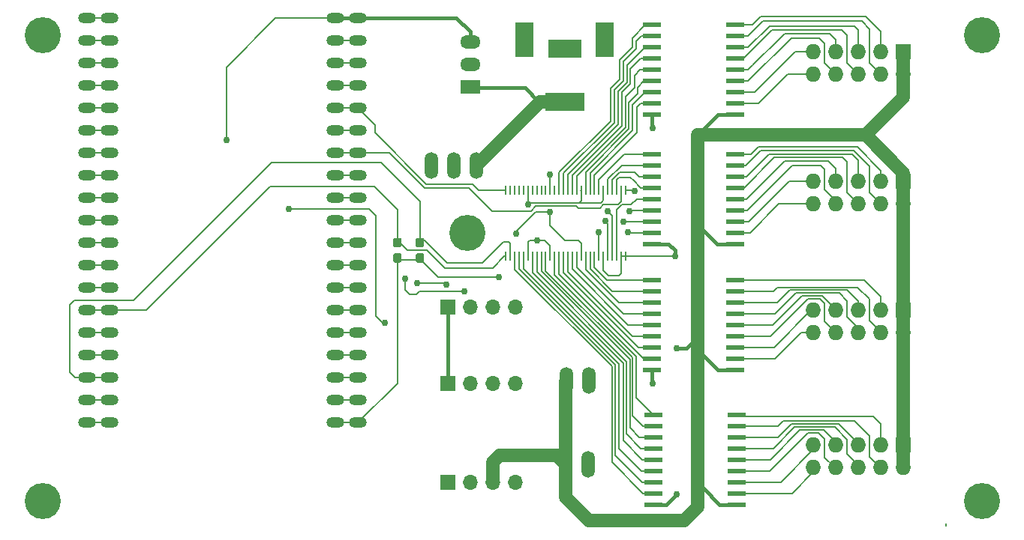
<source format=gtl>
G04 #@! TF.GenerationSoftware,KiCad,Pcbnew,(5.0.1)-3*
G04 #@! TF.CreationDate,2018-10-30T11:50:23-04:00*
G04 #@! TF.ProjectId,ufcs,756663732E6B696361645F7063620000,rev?*
G04 #@! TF.SameCoordinates,Original*
G04 #@! TF.FileFunction,Copper,L1,Top,Signal*
G04 #@! TF.FilePolarity,Positive*
%FSLAX46Y46*%
G04 Gerber Fmt 4.6, Leading zero omitted, Abs format (unit mm)*
G04 Created by KiCad (PCBNEW (5.0.1)-3) date 30-Oct-18 11:50:23*
%MOMM*%
%LPD*%
G01*
G04 APERTURE LIST*
G04 #@! TA.AperFunction,ComponentPad*
%ADD10R,1.700000X1.700000*%
G04 #@! TD*
G04 #@! TA.AperFunction,ComponentPad*
%ADD11O,1.700000X1.700000*%
G04 #@! TD*
G04 #@! TA.AperFunction,ComponentPad*
%ADD12O,2.000000X1.200000*%
G04 #@! TD*
G04 #@! TA.AperFunction,ComponentPad*
%ADD13O,1.510000X3.010000*%
G04 #@! TD*
G04 #@! TA.AperFunction,ComponentPad*
%ADD14C,4.064000*%
G04 #@! TD*
G04 #@! TA.AperFunction,ComponentPad*
%ADD15R,1.727200X1.727200*%
G04 #@! TD*
G04 #@! TA.AperFunction,ComponentPad*
%ADD16O,1.727200X1.727200*%
G04 #@! TD*
G04 #@! TA.AperFunction,Conductor*
%ADD17C,0.100000*%
G04 #@! TD*
G04 #@! TA.AperFunction,SMDPad,CuDef*
%ADD18C,0.950000*%
G04 #@! TD*
G04 #@! TA.AperFunction,SMDPad,CuDef*
%ADD19R,2.000000X0.600000*%
G04 #@! TD*
G04 #@! TA.AperFunction,ComponentPad*
%ADD20R,4.400000X2.000000*%
G04 #@! TD*
G04 #@! TA.AperFunction,ComponentPad*
%ADD21R,3.700000X2.000000*%
G04 #@! TD*
G04 #@! TA.AperFunction,ComponentPad*
%ADD22R,2.000000X4.000000*%
G04 #@! TD*
G04 #@! TA.AperFunction,SMDPad,CuDef*
%ADD23R,0.285000X1.000000*%
G04 #@! TD*
G04 #@! TA.AperFunction,ComponentPad*
%ADD24R,2.300000X1.500000*%
G04 #@! TD*
G04 #@! TA.AperFunction,ComponentPad*
%ADD25O,2.300000X1.500000*%
G04 #@! TD*
G04 #@! TA.AperFunction,ViaPad*
%ADD26C,0.762000*%
G04 #@! TD*
G04 #@! TA.AperFunction,Conductor*
%ADD27C,0.152400*%
G04 #@! TD*
G04 #@! TA.AperFunction,Conductor*
%ADD28C,0.381000*%
G04 #@! TD*
G04 #@! TA.AperFunction,Conductor*
%ADD29C,1.524000*%
G04 #@! TD*
G04 APERTURE END LIST*
D10*
G04 #@! TO.P,J11,1*
G04 #@! TO.N,/Pressure regulators/SCL*
X135763000Y-140652500D03*
D11*
G04 #@! TO.P,J11,2*
G04 #@! TO.N,/Pressure regulators/SDA*
X138303000Y-140652500D03*
G04 #@! TO.P,J11,3*
G04 #@! TO.N,+12V*
X140843000Y-140652500D03*
G04 #@! TO.P,J11,4*
G04 #@! TO.N,GND*
X143383000Y-140652500D03*
G04 #@! TD*
G04 #@! TO.P,J10,4*
G04 #@! TO.N,GND*
X143383000Y-120840500D03*
G04 #@! TO.P,J10,3*
G04 #@! TO.N,Net-(J10-Pad3)*
X140843000Y-120840500D03*
G04 #@! TO.P,J10,2*
G04 #@! TO.N,Net-(J10-Pad2)*
X138303000Y-120840500D03*
D10*
G04 #@! TO.P,J10,1*
G04 #@! TO.N,+24V*
X135763000Y-120840500D03*
G04 #@! TD*
D12*
G04 #@! TO.P,e1,19*
G04 #@! TO.N,+5V*
X123063000Y-88201500D03*
G04 #@! TO.P,e1,20*
G04 #@! TO.N,Net-(e1-Pad20)*
X97613000Y-88201500D03*
G04 #@! TO.P,e1,18*
G04 #@! TO.N,Net-(e1-Pad18)*
X123063000Y-90741500D03*
G04 #@! TO.P,e1,21*
G04 #@! TO.N,Net-(e1-Pad21)*
X97613000Y-90741500D03*
G04 #@! TO.P,e1,17*
G04 #@! TO.N,Net-(e1-Pad17)*
X123063000Y-93281500D03*
G04 #@! TO.P,e1,22*
G04 #@! TO.N,Net-(e1-Pad22)*
X97613000Y-93281500D03*
G04 #@! TO.P,e1,16*
G04 #@! TO.N,Net-(e1-Pad16)*
X123063000Y-95821500D03*
G04 #@! TO.P,e1,23*
G04 #@! TO.N,Net-(e1-Pad23)*
X97613000Y-95821500D03*
G04 #@! TO.P,e1,15*
G04 #@! TO.N,Net-(U6-Pad56)*
X123063000Y-98361500D03*
G04 #@! TO.P,e1,24*
G04 #@! TO.N,Net-(e1-Pad24)*
X97613000Y-98361500D03*
G04 #@! TO.P,e1,14*
G04 #@! TO.N,GND*
X123063000Y-100901500D03*
G04 #@! TO.P,e1,25*
G04 #@! TO.N,Net-(e1-Pad25)*
X97613000Y-100901500D03*
G04 #@! TO.P,e1,13*
G04 #@! TO.N,Net-(U6-Pad30)*
X123063000Y-103441500D03*
G04 #@! TO.P,e1,26*
G04 #@! TO.N,Net-(e1-Pad26)*
X97613000Y-103441500D03*
G04 #@! TO.P,e1,12*
G04 #@! TO.N,Net-(e1-Pad12)*
X123063000Y-105981500D03*
G04 #@! TO.P,e1,27*
G04 #@! TO.N,Net-(e1-Pad27)*
X97613000Y-105981500D03*
G04 #@! TO.P,e1,11*
G04 #@! TO.N,Net-(e1-Pad11)*
X123063000Y-108521500D03*
G04 #@! TO.P,e1,28*
G04 #@! TO.N,Net-(e1-Pad28)*
X97613000Y-108521500D03*
G04 #@! TO.P,e1,10*
G04 #@! TO.N,/Pressure regulators/PR2_SET*
X123063000Y-111061500D03*
G04 #@! TO.P,e1,29*
G04 #@! TO.N,Net-(e1-Pad29)*
X97613000Y-111061500D03*
G04 #@! TO.P,e1,9*
G04 #@! TO.N,/Pressure regulators/PR1_SET*
X123063000Y-113601500D03*
G04 #@! TO.P,e1,30*
G04 #@! TO.N,Net-(e1-Pad30)*
X97613000Y-113601500D03*
G04 #@! TO.P,e1,8*
G04 #@! TO.N,Net-(U1-Pad5)*
X123063000Y-116141500D03*
G04 #@! TO.P,e1,31*
G04 #@! TO.N,Net-(e1-Pad31)*
X97613000Y-116141500D03*
G04 #@! TO.P,e1,7*
G04 #@! TO.N,Net-(U1-Pad1)*
X123063000Y-118681500D03*
G04 #@! TO.P,e1,32*
G04 #@! TO.N,GND*
X97613000Y-118681500D03*
G04 #@! TO.P,e1,6*
G04 #@! TO.N,Net-(e1-Pad6)*
X123063000Y-121221500D03*
G04 #@! TO.P,e1,33*
G04 #@! TO.N,/Pressure regulators/SDA*
X97613000Y-121221500D03*
G04 #@! TO.P,e1,5*
G04 #@! TO.N,Net-(e1-Pad5)*
X123063000Y-123761500D03*
G04 #@! TO.P,e1,34*
G04 #@! TO.N,Net-(e1-Pad34)*
X97613000Y-123761500D03*
G04 #@! TO.P,e1,4*
G04 #@! TO.N,/Pressure regulators/PR2_OUT*
X123063000Y-126301500D03*
G04 #@! TO.P,e1,35*
G04 #@! TO.N,Net-(e1-Pad35)*
X97613000Y-126301500D03*
G04 #@! TO.P,e1,3*
G04 #@! TO.N,/Pressure regulators/PR1_OUT*
X123063000Y-128841500D03*
G04 #@! TO.P,e1,36*
G04 #@! TO.N,/Pressure regulators/SCL*
X97613000Y-128841500D03*
G04 #@! TO.P,e1,2*
G04 #@! TO.N,Net-(e1-Pad2)*
X123063000Y-131381500D03*
G04 #@! TO.P,e1,37*
G04 #@! TO.N,Net-(e1-Pad37)*
X97613000Y-131381500D03*
G04 #@! TO.P,e1,1*
G04 #@! TO.N,+3V3*
X123063000Y-133921500D03*
G04 #@! TO.P,e1,38*
G04 #@! TO.N,GND*
X97613000Y-133921500D03*
X95073000Y-133921500D03*
G04 #@! TO.P,e1,37*
G04 #@! TO.N,Net-(e1-Pad37)*
X95073000Y-131381500D03*
G04 #@! TO.P,e1,36*
G04 #@! TO.N,/Pressure regulators/SCL*
X95073000Y-128841500D03*
G04 #@! TO.P,e1,35*
G04 #@! TO.N,Net-(e1-Pad35)*
X95073000Y-126301500D03*
G04 #@! TO.P,e1,34*
G04 #@! TO.N,Net-(e1-Pad34)*
X95073000Y-123761500D03*
G04 #@! TO.P,e1,33*
G04 #@! TO.N,/Pressure regulators/SDA*
X95073000Y-121221500D03*
G04 #@! TO.P,e1,32*
G04 #@! TO.N,GND*
X95073000Y-118681500D03*
G04 #@! TO.P,e1,31*
G04 #@! TO.N,Net-(e1-Pad31)*
X95073000Y-116141500D03*
G04 #@! TO.P,e1,30*
G04 #@! TO.N,Net-(e1-Pad30)*
X95073000Y-113601500D03*
G04 #@! TO.P,e1,29*
G04 #@! TO.N,Net-(e1-Pad29)*
X95073000Y-111061500D03*
G04 #@! TO.P,e1,28*
G04 #@! TO.N,Net-(e1-Pad28)*
X95073000Y-108521500D03*
G04 #@! TO.P,e1,27*
G04 #@! TO.N,Net-(e1-Pad27)*
X95073000Y-105981500D03*
G04 #@! TO.P,e1,26*
G04 #@! TO.N,Net-(e1-Pad26)*
X95073000Y-103441500D03*
G04 #@! TO.P,e1,25*
G04 #@! TO.N,Net-(e1-Pad25)*
X95073000Y-100901500D03*
G04 #@! TO.P,e1,24*
G04 #@! TO.N,Net-(e1-Pad24)*
X95073000Y-98361500D03*
G04 #@! TO.P,e1,23*
G04 #@! TO.N,Net-(e1-Pad23)*
X95073000Y-95821500D03*
G04 #@! TO.P,e1,22*
G04 #@! TO.N,Net-(e1-Pad22)*
X95073000Y-93281500D03*
G04 #@! TO.P,e1,21*
G04 #@! TO.N,Net-(e1-Pad21)*
X95073000Y-90741500D03*
G04 #@! TO.P,e1,20*
G04 #@! TO.N,Net-(e1-Pad20)*
X95073000Y-88201500D03*
G04 #@! TO.P,e1,1*
G04 #@! TO.N,+3V3*
X125653000Y-133921500D03*
G04 #@! TO.P,e1,2*
G04 #@! TO.N,Net-(e1-Pad2)*
X125653000Y-131381500D03*
G04 #@! TO.P,e1,3*
G04 #@! TO.N,/Pressure regulators/PR1_OUT*
X125653000Y-128841500D03*
G04 #@! TO.P,e1,4*
G04 #@! TO.N,/Pressure regulators/PR2_OUT*
X125653000Y-126301500D03*
G04 #@! TO.P,e1,5*
G04 #@! TO.N,Net-(e1-Pad5)*
X125653000Y-123761500D03*
G04 #@! TO.P,e1,6*
G04 #@! TO.N,Net-(e1-Pad6)*
X125653000Y-121221500D03*
G04 #@! TO.P,e1,7*
G04 #@! TO.N,Net-(U1-Pad1)*
X125653000Y-118681500D03*
G04 #@! TO.P,e1,8*
G04 #@! TO.N,Net-(U1-Pad5)*
X125653000Y-116141500D03*
G04 #@! TO.P,e1,9*
G04 #@! TO.N,/Pressure regulators/PR1_SET*
X125653000Y-113601500D03*
G04 #@! TO.P,e1,10*
G04 #@! TO.N,/Pressure regulators/PR2_SET*
X125653000Y-111061500D03*
G04 #@! TO.P,e1,11*
G04 #@! TO.N,Net-(e1-Pad11)*
X125653000Y-108521500D03*
G04 #@! TO.P,e1,12*
G04 #@! TO.N,Net-(e1-Pad12)*
X125653000Y-105981500D03*
G04 #@! TO.P,e1,13*
G04 #@! TO.N,Net-(U6-Pad30)*
X125653000Y-103441500D03*
G04 #@! TO.P,e1,14*
G04 #@! TO.N,GND*
X125653000Y-100901500D03*
G04 #@! TO.P,e1,15*
G04 #@! TO.N,Net-(U6-Pad56)*
X125653000Y-98361500D03*
G04 #@! TO.P,e1,16*
G04 #@! TO.N,Net-(e1-Pad16)*
X125653000Y-95821500D03*
G04 #@! TO.P,e1,17*
G04 #@! TO.N,Net-(e1-Pad17)*
X125653000Y-93281500D03*
G04 #@! TO.P,e1,18*
G04 #@! TO.N,Net-(e1-Pad18)*
X125653000Y-90741500D03*
G04 #@! TO.P,e1,19*
G04 #@! TO.N,+5V*
X125653000Y-88201500D03*
G04 #@! TD*
D13*
G04 #@! TO.P,J2,1*
G04 #@! TO.N,+12V*
X139001500Y-104838500D03*
G04 #@! TO.P,J2,2*
G04 #@! TO.N,GND*
X136461500Y-104838500D03*
G04 #@! TO.P,J2,3*
G04 #@! TO.N,+24V*
X133921500Y-104838500D03*
G04 #@! TD*
D14*
G04 #@! TO.P,REF\002A\002A,1*
G04 #@! TO.N,N/C*
X196088000Y-90106500D03*
G04 #@! TD*
G04 #@! TO.P,REF\002A\002A,1*
G04 #@! TO.N,N/C*
X90043000Y-90106500D03*
G04 #@! TD*
G04 #@! TO.P,REF\002A\002A,1*
G04 #@! TO.N,N/C*
X90043000Y-142811500D03*
G04 #@! TD*
G04 #@! TO.P,REF\002A\002A,1*
G04 #@! TO.N,N/C*
X196088000Y-142811500D03*
G04 #@! TD*
G04 #@! TO.P,REF\002A\002A,1*
G04 #@! TO.N,N/C*
X137998200Y-112509300D03*
G04 #@! TD*
D15*
G04 #@! TO.P,J3,1*
G04 #@! TO.N,+12V*
X187198000Y-136461500D03*
D16*
G04 #@! TO.P,J3,2*
X187198000Y-139001500D03*
G04 #@! TO.P,J3,3*
G04 #@! TO.N,Net-(J3-Pad3)*
X184658000Y-136461500D03*
G04 #@! TO.P,J3,4*
G04 #@! TO.N,Net-(J3-Pad4)*
X184658000Y-139001500D03*
G04 #@! TO.P,J3,5*
G04 #@! TO.N,Net-(J3-Pad5)*
X182118000Y-136461500D03*
G04 #@! TO.P,J3,6*
G04 #@! TO.N,Net-(J3-Pad6)*
X182118000Y-139001500D03*
G04 #@! TO.P,J3,7*
G04 #@! TO.N,Net-(J3-Pad7)*
X179578000Y-136461500D03*
G04 #@! TO.P,J3,8*
G04 #@! TO.N,Net-(J3-Pad8)*
X179578000Y-139001500D03*
G04 #@! TO.P,J3,9*
G04 #@! TO.N,Net-(J3-Pad9)*
X177038000Y-136461500D03*
G04 #@! TO.P,J3,10*
G04 #@! TO.N,Net-(J3-Pad10)*
X177038000Y-139001500D03*
G04 #@! TD*
D15*
G04 #@! TO.P,J4,1*
G04 #@! TO.N,+12V*
X187198000Y-121221500D03*
D16*
G04 #@! TO.P,J4,2*
X187198000Y-123761500D03*
G04 #@! TO.P,J4,3*
G04 #@! TO.N,Net-(J4-Pad3)*
X184658000Y-121221500D03*
G04 #@! TO.P,J4,4*
G04 #@! TO.N,Net-(J4-Pad4)*
X184658000Y-123761500D03*
G04 #@! TO.P,J4,5*
G04 #@! TO.N,Net-(J4-Pad5)*
X182118000Y-121221500D03*
G04 #@! TO.P,J4,6*
G04 #@! TO.N,Net-(J4-Pad6)*
X182118000Y-123761500D03*
G04 #@! TO.P,J4,7*
G04 #@! TO.N,Net-(J4-Pad7)*
X179578000Y-121221500D03*
G04 #@! TO.P,J4,8*
G04 #@! TO.N,Net-(J4-Pad8)*
X179578000Y-123761500D03*
G04 #@! TO.P,J4,9*
G04 #@! TO.N,Net-(J4-Pad9)*
X177038000Y-121221500D03*
G04 #@! TO.P,J4,10*
G04 #@! TO.N,Net-(J4-Pad10)*
X177038000Y-123761500D03*
G04 #@! TD*
D15*
G04 #@! TO.P,J5,1*
G04 #@! TO.N,+12V*
X187198000Y-106616500D03*
D16*
G04 #@! TO.P,J5,2*
X187198000Y-109156500D03*
G04 #@! TO.P,J5,3*
G04 #@! TO.N,Net-(J5-Pad3)*
X184658000Y-106616500D03*
G04 #@! TO.P,J5,4*
G04 #@! TO.N,Net-(J5-Pad4)*
X184658000Y-109156500D03*
G04 #@! TO.P,J5,5*
G04 #@! TO.N,Net-(J5-Pad5)*
X182118000Y-106616500D03*
G04 #@! TO.P,J5,6*
G04 #@! TO.N,Net-(J5-Pad6)*
X182118000Y-109156500D03*
G04 #@! TO.P,J5,7*
G04 #@! TO.N,Net-(J5-Pad7)*
X179578000Y-106616500D03*
G04 #@! TO.P,J5,8*
G04 #@! TO.N,Net-(J5-Pad8)*
X179578000Y-109156500D03*
G04 #@! TO.P,J5,9*
G04 #@! TO.N,Net-(J5-Pad9)*
X177038000Y-106616500D03*
G04 #@! TO.P,J5,10*
G04 #@! TO.N,Net-(J5-Pad10)*
X177038000Y-109156500D03*
G04 #@! TD*
D15*
G04 #@! TO.P,J8,1*
G04 #@! TO.N,+12V*
X187198000Y-92011500D03*
D16*
G04 #@! TO.P,J8,2*
X187198000Y-94551500D03*
G04 #@! TO.P,J8,3*
G04 #@! TO.N,Net-(J8-Pad3)*
X184658000Y-92011500D03*
G04 #@! TO.P,J8,4*
G04 #@! TO.N,Net-(J8-Pad4)*
X184658000Y-94551500D03*
G04 #@! TO.P,J8,5*
G04 #@! TO.N,Net-(J8-Pad5)*
X182118000Y-92011500D03*
G04 #@! TO.P,J8,6*
G04 #@! TO.N,Net-(J8-Pad6)*
X182118000Y-94551500D03*
G04 #@! TO.P,J8,7*
G04 #@! TO.N,Net-(J8-Pad7)*
X179578000Y-92011500D03*
G04 #@! TO.P,J8,8*
G04 #@! TO.N,Net-(J8-Pad8)*
X179578000Y-94551500D03*
G04 #@! TO.P,J8,9*
G04 #@! TO.N,Net-(J8-Pad9)*
X177038000Y-92011500D03*
G04 #@! TO.P,J8,10*
G04 #@! TO.N,Net-(J8-Pad10)*
X177038000Y-94551500D03*
G04 #@! TD*
D13*
G04 #@! TO.P,J6,1*
G04 #@! TO.N,+12V*
X149123400Y-138620500D03*
G04 #@! TO.P,J6,2*
G04 #@! TO.N,Net-(J6-Pad2)*
X151663400Y-138620500D03*
G04 #@! TD*
G04 #@! TO.P,J7,1*
G04 #@! TO.N,+12V*
X149174200Y-129171700D03*
G04 #@! TO.P,J7,2*
G04 #@! TO.N,Net-(J7-Pad2)*
X151714200Y-129171700D03*
G04 #@! TD*
D10*
G04 #@! TO.P,J9,1*
G04 #@! TO.N,+24V*
X135763000Y-129476500D03*
D11*
G04 #@! TO.P,J9,2*
G04 #@! TO.N,Net-(J9-Pad2)*
X138303000Y-129476500D03*
G04 #@! TO.P,J9,3*
G04 #@! TO.N,Net-(J9-Pad3)*
X140843000Y-129476500D03*
G04 #@! TO.P,J9,4*
G04 #@! TO.N,GND*
X143383000Y-129476500D03*
G04 #@! TD*
D17*
G04 #@! TO.N,+3V3*
G04 #@! TO.C,R1*
G36*
X130372279Y-114778144D02*
X130395334Y-114781563D01*
X130417943Y-114787227D01*
X130439887Y-114795079D01*
X130460957Y-114805044D01*
X130480948Y-114817026D01*
X130499668Y-114830910D01*
X130516938Y-114846562D01*
X130532590Y-114863832D01*
X130546474Y-114882552D01*
X130558456Y-114902543D01*
X130568421Y-114923613D01*
X130576273Y-114945557D01*
X130581937Y-114968166D01*
X130585356Y-114991221D01*
X130586500Y-115014500D01*
X130586500Y-115589500D01*
X130585356Y-115612779D01*
X130581937Y-115635834D01*
X130576273Y-115658443D01*
X130568421Y-115680387D01*
X130558456Y-115701457D01*
X130546474Y-115721448D01*
X130532590Y-115740168D01*
X130516938Y-115757438D01*
X130499668Y-115773090D01*
X130480948Y-115786974D01*
X130460957Y-115798956D01*
X130439887Y-115808921D01*
X130417943Y-115816773D01*
X130395334Y-115822437D01*
X130372279Y-115825856D01*
X130349000Y-115827000D01*
X129874000Y-115827000D01*
X129850721Y-115825856D01*
X129827666Y-115822437D01*
X129805057Y-115816773D01*
X129783113Y-115808921D01*
X129762043Y-115798956D01*
X129742052Y-115786974D01*
X129723332Y-115773090D01*
X129706062Y-115757438D01*
X129690410Y-115740168D01*
X129676526Y-115721448D01*
X129664544Y-115701457D01*
X129654579Y-115680387D01*
X129646727Y-115658443D01*
X129641063Y-115635834D01*
X129637644Y-115612779D01*
X129636500Y-115589500D01*
X129636500Y-115014500D01*
X129637644Y-114991221D01*
X129641063Y-114968166D01*
X129646727Y-114945557D01*
X129654579Y-114923613D01*
X129664544Y-114902543D01*
X129676526Y-114882552D01*
X129690410Y-114863832D01*
X129706062Y-114846562D01*
X129723332Y-114830910D01*
X129742052Y-114817026D01*
X129762043Y-114805044D01*
X129783113Y-114795079D01*
X129805057Y-114787227D01*
X129827666Y-114781563D01*
X129850721Y-114778144D01*
X129874000Y-114777000D01*
X130349000Y-114777000D01*
X130372279Y-114778144D01*
X130372279Y-114778144D01*
G37*
D18*
G04 #@! TD*
G04 #@! TO.P,R1,1*
G04 #@! TO.N,+3V3*
X130111500Y-115302000D03*
D17*
G04 #@! TO.N,/Pressure regulators/SDA*
G04 #@! TO.C,R1*
G36*
X130372279Y-113028144D02*
X130395334Y-113031563D01*
X130417943Y-113037227D01*
X130439887Y-113045079D01*
X130460957Y-113055044D01*
X130480948Y-113067026D01*
X130499668Y-113080910D01*
X130516938Y-113096562D01*
X130532590Y-113113832D01*
X130546474Y-113132552D01*
X130558456Y-113152543D01*
X130568421Y-113173613D01*
X130576273Y-113195557D01*
X130581937Y-113218166D01*
X130585356Y-113241221D01*
X130586500Y-113264500D01*
X130586500Y-113839500D01*
X130585356Y-113862779D01*
X130581937Y-113885834D01*
X130576273Y-113908443D01*
X130568421Y-113930387D01*
X130558456Y-113951457D01*
X130546474Y-113971448D01*
X130532590Y-113990168D01*
X130516938Y-114007438D01*
X130499668Y-114023090D01*
X130480948Y-114036974D01*
X130460957Y-114048956D01*
X130439887Y-114058921D01*
X130417943Y-114066773D01*
X130395334Y-114072437D01*
X130372279Y-114075856D01*
X130349000Y-114077000D01*
X129874000Y-114077000D01*
X129850721Y-114075856D01*
X129827666Y-114072437D01*
X129805057Y-114066773D01*
X129783113Y-114058921D01*
X129762043Y-114048956D01*
X129742052Y-114036974D01*
X129723332Y-114023090D01*
X129706062Y-114007438D01*
X129690410Y-113990168D01*
X129676526Y-113971448D01*
X129664544Y-113951457D01*
X129654579Y-113930387D01*
X129646727Y-113908443D01*
X129641063Y-113885834D01*
X129637644Y-113862779D01*
X129636500Y-113839500D01*
X129636500Y-113264500D01*
X129637644Y-113241221D01*
X129641063Y-113218166D01*
X129646727Y-113195557D01*
X129654579Y-113173613D01*
X129664544Y-113152543D01*
X129676526Y-113132552D01*
X129690410Y-113113832D01*
X129706062Y-113096562D01*
X129723332Y-113080910D01*
X129742052Y-113067026D01*
X129762043Y-113055044D01*
X129783113Y-113045079D01*
X129805057Y-113037227D01*
X129827666Y-113031563D01*
X129850721Y-113028144D01*
X129874000Y-113027000D01*
X130349000Y-113027000D01*
X130372279Y-113028144D01*
X130372279Y-113028144D01*
G37*
D18*
G04 #@! TD*
G04 #@! TO.P,R1,2*
G04 #@! TO.N,/Pressure regulators/SDA*
X130111500Y-113552000D03*
D17*
G04 #@! TO.N,/Pressure regulators/SCL*
G04 #@! TO.C,R2*
G36*
X132912279Y-113028144D02*
X132935334Y-113031563D01*
X132957943Y-113037227D01*
X132979887Y-113045079D01*
X133000957Y-113055044D01*
X133020948Y-113067026D01*
X133039668Y-113080910D01*
X133056938Y-113096562D01*
X133072590Y-113113832D01*
X133086474Y-113132552D01*
X133098456Y-113152543D01*
X133108421Y-113173613D01*
X133116273Y-113195557D01*
X133121937Y-113218166D01*
X133125356Y-113241221D01*
X133126500Y-113264500D01*
X133126500Y-113839500D01*
X133125356Y-113862779D01*
X133121937Y-113885834D01*
X133116273Y-113908443D01*
X133108421Y-113930387D01*
X133098456Y-113951457D01*
X133086474Y-113971448D01*
X133072590Y-113990168D01*
X133056938Y-114007438D01*
X133039668Y-114023090D01*
X133020948Y-114036974D01*
X133000957Y-114048956D01*
X132979887Y-114058921D01*
X132957943Y-114066773D01*
X132935334Y-114072437D01*
X132912279Y-114075856D01*
X132889000Y-114077000D01*
X132414000Y-114077000D01*
X132390721Y-114075856D01*
X132367666Y-114072437D01*
X132345057Y-114066773D01*
X132323113Y-114058921D01*
X132302043Y-114048956D01*
X132282052Y-114036974D01*
X132263332Y-114023090D01*
X132246062Y-114007438D01*
X132230410Y-113990168D01*
X132216526Y-113971448D01*
X132204544Y-113951457D01*
X132194579Y-113930387D01*
X132186727Y-113908443D01*
X132181063Y-113885834D01*
X132177644Y-113862779D01*
X132176500Y-113839500D01*
X132176500Y-113264500D01*
X132177644Y-113241221D01*
X132181063Y-113218166D01*
X132186727Y-113195557D01*
X132194579Y-113173613D01*
X132204544Y-113152543D01*
X132216526Y-113132552D01*
X132230410Y-113113832D01*
X132246062Y-113096562D01*
X132263332Y-113080910D01*
X132282052Y-113067026D01*
X132302043Y-113055044D01*
X132323113Y-113045079D01*
X132345057Y-113037227D01*
X132367666Y-113031563D01*
X132390721Y-113028144D01*
X132414000Y-113027000D01*
X132889000Y-113027000D01*
X132912279Y-113028144D01*
X132912279Y-113028144D01*
G37*
D18*
G04 #@! TD*
G04 #@! TO.P,R2,2*
G04 #@! TO.N,/Pressure regulators/SCL*
X132651500Y-113552000D03*
D17*
G04 #@! TO.N,+3V3*
G04 #@! TO.C,R2*
G36*
X132912279Y-114778144D02*
X132935334Y-114781563D01*
X132957943Y-114787227D01*
X132979887Y-114795079D01*
X133000957Y-114805044D01*
X133020948Y-114817026D01*
X133039668Y-114830910D01*
X133056938Y-114846562D01*
X133072590Y-114863832D01*
X133086474Y-114882552D01*
X133098456Y-114902543D01*
X133108421Y-114923613D01*
X133116273Y-114945557D01*
X133121937Y-114968166D01*
X133125356Y-114991221D01*
X133126500Y-115014500D01*
X133126500Y-115589500D01*
X133125356Y-115612779D01*
X133121937Y-115635834D01*
X133116273Y-115658443D01*
X133108421Y-115680387D01*
X133098456Y-115701457D01*
X133086474Y-115721448D01*
X133072590Y-115740168D01*
X133056938Y-115757438D01*
X133039668Y-115773090D01*
X133020948Y-115786974D01*
X133000957Y-115798956D01*
X132979887Y-115808921D01*
X132957943Y-115816773D01*
X132935334Y-115822437D01*
X132912279Y-115825856D01*
X132889000Y-115827000D01*
X132414000Y-115827000D01*
X132390721Y-115825856D01*
X132367666Y-115822437D01*
X132345057Y-115816773D01*
X132323113Y-115808921D01*
X132302043Y-115798956D01*
X132282052Y-115786974D01*
X132263332Y-115773090D01*
X132246062Y-115757438D01*
X132230410Y-115740168D01*
X132216526Y-115721448D01*
X132204544Y-115701457D01*
X132194579Y-115680387D01*
X132186727Y-115658443D01*
X132181063Y-115635834D01*
X132177644Y-115612779D01*
X132176500Y-115589500D01*
X132176500Y-115014500D01*
X132177644Y-114991221D01*
X132181063Y-114968166D01*
X132186727Y-114945557D01*
X132194579Y-114923613D01*
X132204544Y-114902543D01*
X132216526Y-114882552D01*
X132230410Y-114863832D01*
X132246062Y-114846562D01*
X132263332Y-114830910D01*
X132282052Y-114817026D01*
X132302043Y-114805044D01*
X132323113Y-114795079D01*
X132345057Y-114787227D01*
X132367666Y-114781563D01*
X132390721Y-114778144D01*
X132414000Y-114777000D01*
X132889000Y-114777000D01*
X132912279Y-114778144D01*
X132912279Y-114778144D01*
G37*
D18*
G04 #@! TD*
G04 #@! TO.P,R2,1*
G04 #@! TO.N,+3V3*
X132651500Y-115302000D03*
D19*
G04 #@! TO.P,U2,1*
G04 #@! TO.N,Net-(U2-Pad1)*
X158977600Y-133007100D03*
G04 #@! TO.P,U2,2*
G04 #@! TO.N,Net-(U2-Pad2)*
X158977600Y-134277100D03*
G04 #@! TO.P,U2,3*
G04 #@! TO.N,Net-(U2-Pad3)*
X158977600Y-135547100D03*
G04 #@! TO.P,U2,4*
G04 #@! TO.N,Net-(U2-Pad4)*
X158977600Y-136817100D03*
G04 #@! TO.P,U2,5*
G04 #@! TO.N,Net-(U2-Pad5)*
X158977600Y-138087100D03*
G04 #@! TO.P,U2,6*
G04 #@! TO.N,Net-(U2-Pad6)*
X158977600Y-139357100D03*
G04 #@! TO.P,U2,7*
G04 #@! TO.N,Net-(U2-Pad7)*
X158977600Y-140627100D03*
G04 #@! TO.P,U2,8*
G04 #@! TO.N,Net-(U2-Pad8)*
X158977600Y-141897100D03*
G04 #@! TO.P,U2,9*
G04 #@! TO.N,GND*
X158977600Y-143167100D03*
G04 #@! TO.P,U2,10*
G04 #@! TO.N,+12V*
X168377600Y-143167100D03*
G04 #@! TO.P,U2,11*
G04 #@! TO.N,Net-(J3-Pad10)*
X168377600Y-141897100D03*
G04 #@! TO.P,U2,12*
G04 #@! TO.N,Net-(J3-Pad9)*
X168377600Y-140627100D03*
G04 #@! TO.P,U2,13*
G04 #@! TO.N,Net-(J3-Pad8)*
X168377600Y-139357100D03*
G04 #@! TO.P,U2,14*
G04 #@! TO.N,Net-(J3-Pad7)*
X168377600Y-138087100D03*
G04 #@! TO.P,U2,15*
G04 #@! TO.N,Net-(J3-Pad6)*
X168377600Y-136817100D03*
G04 #@! TO.P,U2,16*
G04 #@! TO.N,Net-(J3-Pad5)*
X168377600Y-135547100D03*
G04 #@! TO.P,U2,17*
G04 #@! TO.N,Net-(J3-Pad4)*
X168377600Y-134277100D03*
G04 #@! TO.P,U2,18*
G04 #@! TO.N,Net-(J3-Pad3)*
X168377600Y-133007100D03*
G04 #@! TD*
G04 #@! TO.P,U4,18*
G04 #@! TO.N,Net-(J5-Pad3)*
X168225200Y-103543100D03*
G04 #@! TO.P,U4,17*
G04 #@! TO.N,Net-(J5-Pad4)*
X168225200Y-104813100D03*
G04 #@! TO.P,U4,16*
G04 #@! TO.N,Net-(J5-Pad5)*
X168225200Y-106083100D03*
G04 #@! TO.P,U4,15*
G04 #@! TO.N,Net-(J5-Pad6)*
X168225200Y-107353100D03*
G04 #@! TO.P,U4,14*
G04 #@! TO.N,Net-(J5-Pad7)*
X168225200Y-108623100D03*
G04 #@! TO.P,U4,13*
G04 #@! TO.N,Net-(J5-Pad8)*
X168225200Y-109893100D03*
G04 #@! TO.P,U4,12*
G04 #@! TO.N,Net-(J5-Pad9)*
X168225200Y-111163100D03*
G04 #@! TO.P,U4,11*
G04 #@! TO.N,Net-(J5-Pad10)*
X168225200Y-112433100D03*
G04 #@! TO.P,U4,10*
G04 #@! TO.N,+12V*
X168225200Y-113703100D03*
G04 #@! TO.P,U4,9*
G04 #@! TO.N,GND*
X158825200Y-113703100D03*
G04 #@! TO.P,U4,8*
G04 #@! TO.N,Net-(U4-Pad8)*
X158825200Y-112433100D03*
G04 #@! TO.P,U4,7*
G04 #@! TO.N,Net-(U4-Pad7)*
X158825200Y-111163100D03*
G04 #@! TO.P,U4,6*
G04 #@! TO.N,Net-(U4-Pad6)*
X158825200Y-109893100D03*
G04 #@! TO.P,U4,5*
G04 #@! TO.N,Net-(U4-Pad5)*
X158825200Y-108623100D03*
G04 #@! TO.P,U4,4*
G04 #@! TO.N,Net-(U4-Pad4)*
X158825200Y-107353100D03*
G04 #@! TO.P,U4,3*
G04 #@! TO.N,Net-(U4-Pad3)*
X158825200Y-106083100D03*
G04 #@! TO.P,U4,2*
G04 #@! TO.N,Net-(U4-Pad2)*
X158825200Y-104813100D03*
G04 #@! TO.P,U4,1*
G04 #@! TO.N,Net-(U4-Pad1)*
X158825200Y-103543100D03*
G04 #@! TD*
G04 #@! TO.P,U5,18*
G04 #@! TO.N,Net-(J8-Pad3)*
X168250600Y-88963500D03*
G04 #@! TO.P,U5,17*
G04 #@! TO.N,Net-(J8-Pad4)*
X168250600Y-90233500D03*
G04 #@! TO.P,U5,16*
G04 #@! TO.N,Net-(J8-Pad5)*
X168250600Y-91503500D03*
G04 #@! TO.P,U5,15*
G04 #@! TO.N,Net-(J8-Pad6)*
X168250600Y-92773500D03*
G04 #@! TO.P,U5,14*
G04 #@! TO.N,Net-(J8-Pad7)*
X168250600Y-94043500D03*
G04 #@! TO.P,U5,13*
G04 #@! TO.N,Net-(J8-Pad8)*
X168250600Y-95313500D03*
G04 #@! TO.P,U5,12*
G04 #@! TO.N,Net-(J8-Pad9)*
X168250600Y-96583500D03*
G04 #@! TO.P,U5,11*
G04 #@! TO.N,Net-(J8-Pad10)*
X168250600Y-97853500D03*
G04 #@! TO.P,U5,10*
G04 #@! TO.N,+12V*
X168250600Y-99123500D03*
G04 #@! TO.P,U5,9*
G04 #@! TO.N,GND*
X158850600Y-99123500D03*
G04 #@! TO.P,U5,8*
G04 #@! TO.N,Net-(U5-Pad8)*
X158850600Y-97853500D03*
G04 #@! TO.P,U5,7*
G04 #@! TO.N,Net-(U5-Pad7)*
X158850600Y-96583500D03*
G04 #@! TO.P,U5,6*
G04 #@! TO.N,Net-(U5-Pad6)*
X158850600Y-95313500D03*
G04 #@! TO.P,U5,5*
G04 #@! TO.N,Net-(U5-Pad5)*
X158850600Y-94043500D03*
G04 #@! TO.P,U5,4*
G04 #@! TO.N,Net-(U5-Pad4)*
X158850600Y-92773500D03*
G04 #@! TO.P,U5,3*
G04 #@! TO.N,Net-(U5-Pad3)*
X158850600Y-91503500D03*
G04 #@! TO.P,U5,2*
G04 #@! TO.N,Net-(U5-Pad2)*
X158850600Y-90233500D03*
G04 #@! TO.P,U5,1*
G04 #@! TO.N,Net-(U5-Pad1)*
X158850600Y-88963500D03*
G04 #@! TD*
D20*
G04 #@! TO.P,J1,1*
G04 #@! TO.N,+12V*
X148971000Y-97630500D03*
D21*
G04 #@! TO.P,J1,2*
G04 #@! TO.N,GND*
X148971000Y-91630500D03*
D22*
G04 #@! TO.P,J1,*
G04 #@! TO.N,*
X153471000Y-90630500D03*
X144471000Y-90630500D03*
G04 #@! TD*
D19*
G04 #@! TO.P,U3,1*
G04 #@! TO.N,Net-(U3-Pad1)*
X158850600Y-117792500D03*
G04 #@! TO.P,U3,2*
G04 #@! TO.N,Net-(U3-Pad2)*
X158850600Y-119062500D03*
G04 #@! TO.P,U3,3*
G04 #@! TO.N,Net-(U3-Pad3)*
X158850600Y-120332500D03*
G04 #@! TO.P,U3,4*
G04 #@! TO.N,Net-(U3-Pad4)*
X158850600Y-121602500D03*
G04 #@! TO.P,U3,5*
G04 #@! TO.N,Net-(U3-Pad5)*
X158850600Y-122872500D03*
G04 #@! TO.P,U3,6*
G04 #@! TO.N,Net-(U3-Pad6)*
X158850600Y-124142500D03*
G04 #@! TO.P,U3,7*
G04 #@! TO.N,Net-(U3-Pad7)*
X158850600Y-125412500D03*
G04 #@! TO.P,U3,8*
G04 #@! TO.N,Net-(U3-Pad8)*
X158850600Y-126682500D03*
G04 #@! TO.P,U3,9*
G04 #@! TO.N,GND*
X158850600Y-127952500D03*
G04 #@! TO.P,U3,10*
G04 #@! TO.N,+12V*
X168250600Y-127952500D03*
G04 #@! TO.P,U3,11*
G04 #@! TO.N,Net-(J4-Pad10)*
X168250600Y-126682500D03*
G04 #@! TO.P,U3,12*
G04 #@! TO.N,Net-(J4-Pad9)*
X168250600Y-125412500D03*
G04 #@! TO.P,U3,13*
G04 #@! TO.N,Net-(J4-Pad8)*
X168250600Y-124142500D03*
G04 #@! TO.P,U3,14*
G04 #@! TO.N,Net-(J4-Pad7)*
X168250600Y-122872500D03*
G04 #@! TO.P,U3,15*
G04 #@! TO.N,Net-(J4-Pad6)*
X168250600Y-121602500D03*
G04 #@! TO.P,U3,16*
G04 #@! TO.N,Net-(J4-Pad5)*
X168250600Y-120332500D03*
G04 #@! TO.P,U3,17*
G04 #@! TO.N,Net-(J4-Pad4)*
X168250600Y-119062500D03*
G04 #@! TO.P,U3,18*
G04 #@! TO.N,Net-(J4-Pad3)*
X168250600Y-117792500D03*
G04 #@! TD*
D23*
G04 #@! TO.P,U6,1*
G04 #@! TO.N,/Pressure regulators/SDA*
X142348000Y-115129000D03*
G04 #@! TO.P,U6,2*
G04 #@! TO.N,/Pressure regulators/SCL*
X142848000Y-115129000D03*
G04 #@! TO.P,U6,3*
G04 #@! TO.N,Net-(U2-Pad8)*
X143348000Y-115129000D03*
G04 #@! TO.P,U6,4*
G04 #@! TO.N,Net-(U2-Pad7)*
X143848000Y-115129000D03*
G04 #@! TO.P,U6,5*
G04 #@! TO.N,Net-(U2-Pad6)*
X144348000Y-115129000D03*
G04 #@! TO.P,U6,6*
G04 #@! TO.N,GND*
X144848000Y-115129000D03*
G04 #@! TO.P,U6,7*
G04 #@! TO.N,Net-(U2-Pad5)*
X145348000Y-115129000D03*
G04 #@! TO.P,U6,8*
G04 #@! TO.N,Net-(U2-Pad4)*
X145848000Y-115129000D03*
G04 #@! TO.P,U6,9*
G04 #@! TO.N,Net-(U2-Pad3)*
X146348000Y-115129000D03*
G04 #@! TO.P,U6,10*
G04 #@! TO.N,Net-(U2-Pad2)*
X146848000Y-115129000D03*
G04 #@! TO.P,U6,11*
G04 #@! TO.N,GND*
X147348000Y-115129000D03*
G04 #@! TO.P,U6,12*
G04 #@! TO.N,Net-(U2-Pad1)*
X147848000Y-115129000D03*
G04 #@! TO.P,U6,13*
G04 #@! TO.N,Net-(U3-Pad8)*
X148348000Y-115129000D03*
G04 #@! TO.P,U6,14*
G04 #@! TO.N,Net-(U3-Pad7)*
X148848000Y-115129000D03*
G04 #@! TO.P,U6,15*
G04 #@! TO.N,Net-(U3-Pad6)*
X149348000Y-115129000D03*
G04 #@! TO.P,U6,16*
G04 #@! TO.N,Net-(U3-Pad5)*
X149848000Y-115129000D03*
G04 #@! TO.P,U6,17*
G04 #@! TO.N,Net-(U3-Pad4)*
X150348000Y-115129000D03*
G04 #@! TO.P,U6,18*
G04 #@! TO.N,+3V3*
X150848000Y-115129000D03*
G04 #@! TO.P,U6,19*
G04 #@! TO.N,Net-(U3-Pad3)*
X151348000Y-115129000D03*
G04 #@! TO.P,U6,20*
G04 #@! TO.N,Net-(U3-Pad2)*
X151848000Y-115129000D03*
G04 #@! TO.P,U6,21*
G04 #@! TO.N,Net-(U3-Pad1)*
X152348000Y-115129000D03*
G04 #@! TO.P,U6,22*
G04 #@! TO.N,Net-(U4-Pad8)*
X152848000Y-115129000D03*
G04 #@! TO.P,U6,23*
G04 #@! TO.N,GND*
X153348000Y-115129000D03*
G04 #@! TO.P,U6,24*
G04 #@! TO.N,Net-(U4-Pad7)*
X153848000Y-115129000D03*
G04 #@! TO.P,U6,25*
G04 #@! TO.N,Net-(U4-Pad6)*
X154348000Y-115129000D03*
G04 #@! TO.P,U6,26*
G04 #@! TO.N,Net-(U4-Pad5)*
X154848000Y-115129000D03*
G04 #@! TO.P,U6,27*
G04 #@! TO.N,GND*
X155348000Y-115129000D03*
G04 #@! TO.P,U6,28*
X155848000Y-115129000D03*
G04 #@! TO.P,U6,29*
X155848000Y-107629000D03*
G04 #@! TO.P,U6,30*
G04 #@! TO.N,Net-(U6-Pad30)*
X155348000Y-107629000D03*
G04 #@! TO.P,U6,31*
G04 #@! TO.N,Net-(U4-Pad4)*
X154848000Y-107629000D03*
G04 #@! TO.P,U6,32*
G04 #@! TO.N,Net-(U4-Pad3)*
X154348000Y-107629000D03*
G04 #@! TO.P,U6,33*
G04 #@! TO.N,Net-(U4-Pad2)*
X153848000Y-107629000D03*
G04 #@! TO.P,U6,34*
G04 #@! TO.N,GND*
X153348000Y-107629000D03*
G04 #@! TO.P,U6,35*
G04 #@! TO.N,Net-(U4-Pad1)*
X152848000Y-107629000D03*
G04 #@! TO.P,U6,36*
G04 #@! TO.N,Net-(U5-Pad8)*
X152348000Y-107629000D03*
G04 #@! TO.P,U6,37*
G04 #@! TO.N,Net-(U5-Pad7)*
X151848000Y-107629000D03*
G04 #@! TO.P,U6,38*
G04 #@! TO.N,Net-(U5-Pad6)*
X151348000Y-107629000D03*
G04 #@! TO.P,U6,39*
G04 #@! TO.N,GND*
X150848000Y-107629000D03*
G04 #@! TO.P,U6,40*
G04 #@! TO.N,Net-(U5-Pad5)*
X150348000Y-107629000D03*
G04 #@! TO.P,U6,41*
G04 #@! TO.N,Net-(U5-Pad4)*
X149848000Y-107629000D03*
G04 #@! TO.P,U6,42*
G04 #@! TO.N,Net-(U5-Pad3)*
X149348000Y-107629000D03*
G04 #@! TO.P,U6,43*
G04 #@! TO.N,Net-(U5-Pad2)*
X148848000Y-107629000D03*
G04 #@! TO.P,U6,44*
G04 #@! TO.N,Net-(U5-Pad1)*
X148348000Y-107629000D03*
G04 #@! TO.P,U6,45*
G04 #@! TO.N,Net-(U6-Pad45)*
X147848000Y-107629000D03*
G04 #@! TO.P,U6,46*
G04 #@! TO.N,+3V3*
X147348000Y-107629000D03*
G04 #@! TO.P,U6,47*
G04 #@! TO.N,Net-(U6-Pad47)*
X146848000Y-107629000D03*
G04 #@! TO.P,U6,48*
G04 #@! TO.N,Net-(U6-Pad48)*
X146348000Y-107629000D03*
G04 #@! TO.P,U6,49*
G04 #@! TO.N,Net-(U6-Pad49)*
X145848000Y-107629000D03*
G04 #@! TO.P,U6,50*
G04 #@! TO.N,Net-(U6-Pad50)*
X145348000Y-107629000D03*
G04 #@! TO.P,U6,51*
G04 #@! TO.N,GND*
X144848000Y-107629000D03*
G04 #@! TO.P,U6,52*
G04 #@! TO.N,Net-(U6-Pad52)*
X144348000Y-107629000D03*
G04 #@! TO.P,U6,53*
G04 #@! TO.N,Net-(U6-Pad53)*
X143848000Y-107629000D03*
G04 #@! TO.P,U6,54*
G04 #@! TO.N,Net-(U6-Pad54)*
X143348000Y-107629000D03*
G04 #@! TO.P,U6,55*
G04 #@! TO.N,Net-(U6-Pad55)*
X142848000Y-107629000D03*
G04 #@! TO.P,U6,56*
G04 #@! TO.N,Net-(U6-Pad56)*
X142348000Y-107629000D03*
G04 #@! TD*
D24*
G04 #@! TO.P,U7,1*
G04 #@! TO.N,+12V*
X138303000Y-95948500D03*
D25*
G04 #@! TO.P,U7,2*
G04 #@! TO.N,GND*
X138303000Y-93408500D03*
G04 #@! TO.P,U7,3*
G04 #@! TO.N,+5V*
X138303000Y-90868500D03*
G04 #@! TD*
D26*
G04 #@! TO.N,GND*
X145859500Y-113284000D03*
X144843500Y-109283500D03*
X156908500Y-107759500D03*
X161417000Y-115062000D03*
X161607500Y-141986000D03*
X158877000Y-129476500D03*
X158877000Y-100647500D03*
G04 #@! TO.N,+5V*
X110807500Y-101981000D03*
G04 #@! TO.N,Net-(U1-Pad1)*
X132334000Y-118173500D03*
X135636000Y-118300500D03*
G04 #@! TO.N,Net-(U1-Pad5)*
X130937000Y-117665500D03*
X137668000Y-119062500D03*
G04 #@! TO.N,+3V3*
X147320000Y-105854500D03*
X147320000Y-110109000D03*
X143510000Y-112585500D03*
X141541500Y-117475000D03*
G04 #@! TO.N,+12V*
X164084000Y-101536500D03*
X161607500Y-125476000D03*
G04 #@! TO.N,Net-(J10-Pad2)*
X117856000Y-109791500D03*
X128651000Y-122618500D03*
G04 #@! TO.N,Net-(U4-Pad6)*
X153797000Y-109982000D03*
X156273500Y-109982000D03*
G04 #@! TO.N,Net-(U4-Pad7)*
X153543000Y-111125000D03*
X155638500Y-111188500D03*
G04 #@! TO.N,Net-(U4-Pad8)*
X152844500Y-112395000D03*
X156146500Y-112395000D03*
G04 #@! TD*
D27*
G04 #@! TO.N,*
X192024000Y-145605500D02*
X192024000Y-145351500D01*
G04 #@! TO.N,GND*
X153348000Y-115129000D02*
X153348000Y-116708500D01*
X155348000Y-117003500D02*
X155348000Y-115129000D01*
X155067000Y-117284500D02*
X155348000Y-117003500D01*
X153924000Y-117284500D02*
X155067000Y-117284500D01*
X153348000Y-116708500D02*
X153924000Y-117284500D01*
X150848000Y-107629000D02*
X150848000Y-108867000D01*
X150848000Y-108867000D02*
X150622000Y-109093000D01*
X145859500Y-113284000D02*
X145034000Y-113284000D01*
X147348000Y-113883500D02*
X146748500Y-113284000D01*
X146748500Y-113284000D02*
X145859500Y-113284000D01*
X147348000Y-115129000D02*
X147348000Y-113883500D01*
X144848000Y-113470000D02*
X144848000Y-115129000D01*
X145034000Y-113284000D02*
X144848000Y-113470000D01*
X152844500Y-109093000D02*
X153035000Y-109093000D01*
X153225500Y-108902500D02*
X153348000Y-108780000D01*
X153348000Y-108780000D02*
X153348000Y-107629000D01*
X150622000Y-109093000D02*
X152844500Y-109093000D01*
X153035000Y-109093000D02*
X153225500Y-108902500D01*
X150304500Y-109093000D02*
X150622000Y-109093000D01*
X150304500Y-109093000D02*
X145034000Y-109093000D01*
X153348000Y-107629000D02*
X153348000Y-108526000D01*
X144848000Y-109279000D02*
X144843500Y-109283500D01*
X145034000Y-109283500D02*
X144843500Y-109474000D01*
X144848000Y-109279000D02*
X144848000Y-107629000D01*
X150812500Y-107664500D02*
X150848000Y-107629000D01*
X155848000Y-107629000D02*
X156778000Y-107629000D01*
X156778000Y-107629000D02*
X156908500Y-107759500D01*
X147348000Y-115129000D02*
X147348000Y-114201000D01*
X144848000Y-114295500D02*
X144848000Y-115129000D01*
D28*
X158825200Y-113703100D02*
X160693100Y-113703100D01*
X161417000Y-114427000D02*
X161417000Y-115062000D01*
X160693100Y-113703100D02*
X161417000Y-114427000D01*
D27*
X156146500Y-115062000D02*
X161417000Y-115062000D01*
D28*
X158977600Y-143167100D02*
X160426400Y-143167100D01*
X160426400Y-143167100D02*
X161607500Y-141986000D01*
D27*
X123063000Y-100901500D02*
X125653000Y-100901500D01*
X153348000Y-115129000D02*
X153348000Y-115946500D01*
X155348000Y-116051000D02*
X155348000Y-115129000D01*
X156146500Y-115062000D02*
X155415000Y-115062000D01*
X155415000Y-115062000D02*
X155348000Y-115129000D01*
X155915000Y-115062000D02*
X156146500Y-115062000D01*
X155915000Y-115062000D02*
X155848000Y-115129000D01*
D28*
X158850600Y-127952500D02*
X158850600Y-129450100D01*
X158850600Y-129450100D02*
X158877000Y-129476500D01*
X158850600Y-99123500D02*
X158850600Y-100621100D01*
X158850600Y-100621100D02*
X158877000Y-100647500D01*
D27*
X97613000Y-118681500D02*
X95073000Y-118681500D01*
X97613000Y-133921500D02*
X95073000Y-133921500D01*
D28*
G04 #@! TO.N,+5V*
X125653000Y-88201500D02*
X123063000Y-88201500D01*
D27*
X110807500Y-101981000D02*
X110807500Y-93726000D01*
X116332000Y-88201500D02*
X123063000Y-88201500D01*
X110807500Y-93726000D02*
X116332000Y-88201500D01*
D28*
X136767000Y-88201500D02*
X138303000Y-89737500D01*
X125653000Y-88201500D02*
X136767000Y-88201500D01*
X138303000Y-89737500D02*
X138303000Y-90868500D01*
D27*
G04 #@! TO.N,Net-(U1-Pad1)*
X135509000Y-118173500D02*
X132334000Y-118173500D01*
X135636000Y-118300500D02*
X135509000Y-118173500D01*
X123063000Y-118681500D02*
X122364500Y-118681500D01*
X123063000Y-118681500D02*
X125653000Y-118681500D01*
G04 #@! TO.N,Net-(U1-Pad5)*
X130937000Y-118935500D02*
X130937000Y-117665500D01*
X131445000Y-119443500D02*
X130937000Y-118935500D01*
X132207000Y-119443500D02*
X131445000Y-119443500D01*
X132588000Y-119062500D02*
X132207000Y-119443500D01*
X137668000Y-119062500D02*
X132588000Y-119062500D01*
X125653000Y-116141500D02*
X123063000Y-116141500D01*
G04 #@! TO.N,Net-(e1-Pad16)*
X123063000Y-95821500D02*
X125653000Y-95821500D01*
G04 #@! TO.N,Net-(e1-Pad12)*
X123063000Y-105981500D02*
X125653000Y-105981500D01*
G04 #@! TO.N,Net-(e1-Pad11)*
X123063000Y-108521500D02*
X125653000Y-108521500D01*
G04 #@! TO.N,/Pressure regulators/PR1_OUT*
X125653000Y-128841500D02*
X123063000Y-128841500D01*
G04 #@! TO.N,/Pressure regulators/PR2_OUT*
X125653000Y-126301500D02*
X123063000Y-126301500D01*
G04 #@! TO.N,Net-(e1-Pad2)*
X123063000Y-131381500D02*
X125653000Y-131381500D01*
G04 #@! TO.N,+3V3*
X149034500Y-113347500D02*
X150558500Y-113347500D01*
X150848000Y-113637000D02*
X150848000Y-115129000D01*
X150558500Y-113347500D02*
X150848000Y-113637000D01*
X147320000Y-111569500D02*
X147320000Y-111633000D01*
X147320000Y-111633000D02*
X147510500Y-111823500D01*
X147510500Y-111823500D02*
X149034500Y-113347500D01*
X147320000Y-110109000D02*
X147320000Y-111569500D01*
X147320000Y-110109000D02*
X145669000Y-110109000D01*
X147348000Y-105882500D02*
X147320000Y-105854500D01*
X147348000Y-107629000D02*
X147348000Y-105882500D01*
X145669000Y-110109000D02*
X143510000Y-112268000D01*
X143510000Y-112268000D02*
X143510000Y-112585500D01*
X141541500Y-117475000D02*
X141541500Y-117475000D01*
X134683500Y-117475000D02*
X141541500Y-117475000D01*
X132735500Y-115527000D02*
X134683500Y-117475000D01*
X132651500Y-115527000D02*
X132735500Y-115527000D01*
X125653000Y-133921500D02*
X123063000Y-133921500D01*
X130111500Y-115527000D02*
X130111500Y-129463000D01*
X130111500Y-129463000D02*
X125653000Y-133921500D01*
X132588000Y-115527000D02*
X130111500Y-115527000D01*
X125653000Y-133921500D02*
X126555500Y-133921500D01*
G04 #@! TO.N,Net-(e1-Pad21)*
X95073000Y-90741500D02*
X97613000Y-90741500D01*
G04 #@! TO.N,Net-(e1-Pad23)*
X97613000Y-95821500D02*
X95073000Y-95821500D01*
G04 #@! TO.N,Net-(e1-Pad24)*
X97613000Y-98361500D02*
X95073000Y-98361500D01*
G04 #@! TO.N,Net-(U6-Pad56)*
X142348000Y-107629000D02*
X139315500Y-107629000D01*
X127571500Y-100280000D02*
X125653000Y-98361500D01*
X127571500Y-101155500D02*
X127571500Y-100280000D01*
X133350000Y-106934000D02*
X127571500Y-101155500D01*
X138620500Y-106934000D02*
X133350000Y-106934000D01*
X139315500Y-107629000D02*
X138620500Y-106934000D01*
X125653000Y-98361500D02*
X123063000Y-98361500D01*
G04 #@! TO.N,Net-(U6-Pad30)*
X153416000Y-109283500D02*
X153352500Y-109283500D01*
X153352500Y-109283500D02*
X152971500Y-109664500D01*
X152781000Y-109664500D02*
X152971500Y-109664500D01*
X129730500Y-103949500D02*
X129222500Y-103441500D01*
X129222500Y-103441500D02*
X125653000Y-103441500D01*
X133159500Y-107378500D02*
X131445000Y-105664000D01*
X138176000Y-107378500D02*
X133159500Y-107378500D01*
X140779500Y-109982000D02*
X138176000Y-107378500D01*
X145161000Y-109982000D02*
X140779500Y-109982000D01*
X131445000Y-105664000D02*
X129730500Y-103949500D01*
X152781000Y-109664500D02*
X150558500Y-109664500D01*
X145732500Y-109410500D02*
X150050500Y-109410500D01*
X150050500Y-109410500D02*
X150114000Y-109410500D01*
X145161000Y-109982000D02*
X145732500Y-109410500D01*
X150304500Y-109410500D02*
X150558500Y-109664500D01*
X150114000Y-109410500D02*
X150304500Y-109410500D01*
X155348000Y-107629000D02*
X155348000Y-108875500D01*
X155348000Y-108875500D02*
X155003500Y-109220000D01*
X154686000Y-109283500D02*
X154940000Y-109283500D01*
X154686000Y-109283500D02*
X153416000Y-109283500D01*
X154940000Y-109283500D02*
X155003500Y-109220000D01*
X155321000Y-107656000D02*
X155348000Y-107629000D01*
X125653000Y-103441500D02*
X123063000Y-103441500D01*
G04 #@! TO.N,Net-(e1-Pad29)*
X95073000Y-111061500D02*
X97613000Y-111061500D01*
G04 #@! TO.N,Net-(e1-Pad30)*
X95073000Y-113601500D02*
X97613000Y-113601500D01*
G04 #@! TO.N,Net-(e1-Pad31)*
X95073000Y-116141500D02*
X97613000Y-116141500D01*
G04 #@! TO.N,Net-(e1-Pad34)*
X95073000Y-123761500D02*
X97613000Y-123761500D01*
G04 #@! TO.N,Net-(e1-Pad35)*
X97613000Y-126301500D02*
X95073000Y-126301500D01*
G04 #@! TO.N,Net-(e1-Pad37)*
X95073000Y-131381500D02*
X97613000Y-131381500D01*
D29*
G04 #@! TO.N,+12V*
X164084000Y-101536500D02*
X163957000Y-101536500D01*
X163957000Y-101536500D02*
X163957000Y-101409500D01*
D28*
X146209500Y-97630500D02*
X146081000Y-97630500D01*
X144526000Y-96075500D02*
X138176000Y-96075500D01*
X146081000Y-97630500D02*
X144526000Y-96075500D01*
D29*
X146209500Y-97630500D02*
X144677500Y-99162500D01*
X148971000Y-97630500D02*
X146209500Y-97630500D01*
D28*
X163893500Y-124333000D02*
X162750500Y-125476000D01*
X162750500Y-125476000D02*
X161607500Y-125476000D01*
X163893500Y-124333000D02*
X163957000Y-124333000D01*
D29*
X187198000Y-136461500D02*
X187198000Y-139001500D01*
X187198000Y-123761500D02*
X187198000Y-136461500D01*
D28*
X163957000Y-123126500D02*
X164274500Y-123126500D01*
X164274500Y-123126500D02*
X163957000Y-123126500D01*
D29*
X149123400Y-138620500D02*
X149123400Y-129222500D01*
X149123400Y-129222500D02*
X149174200Y-129171700D01*
X163957000Y-141351000D02*
X163957000Y-143446500D01*
X149123400Y-142392400D02*
X149123400Y-138620500D01*
X151701500Y-144970500D02*
X149123400Y-142392400D01*
X162433000Y-144970500D02*
X151701500Y-144970500D01*
X163957000Y-143446500D02*
X162433000Y-144970500D01*
D28*
X163957000Y-141351000D02*
X164655500Y-141351000D01*
X166471600Y-143167100D02*
X168377600Y-143167100D01*
X164655500Y-141351000D02*
X166471600Y-143167100D01*
X163957000Y-126238000D02*
X164592000Y-126238000D01*
X166306500Y-127952500D02*
X168250600Y-127952500D01*
X164592000Y-126238000D02*
X166306500Y-127952500D01*
X163957000Y-111760000D02*
X164274500Y-111760000D01*
X166217600Y-113703100D02*
X168225200Y-113703100D01*
X164274500Y-111760000D02*
X166217600Y-113703100D01*
D29*
X163957000Y-101409500D02*
X163957000Y-111760000D01*
X163957000Y-111760000D02*
X163957000Y-123126500D01*
X163957000Y-123126500D02*
X163957000Y-124333000D01*
X163957000Y-124333000D02*
X163957000Y-126238000D01*
X163957000Y-126238000D02*
X163957000Y-141351000D01*
X187198000Y-121221500D02*
X187198000Y-123761500D01*
X187198000Y-109156500D02*
X187198000Y-121221500D01*
X187198000Y-106616500D02*
X187198000Y-109156500D01*
X182943500Y-101409500D02*
X187198000Y-105664000D01*
X187198000Y-105664000D02*
X187198000Y-106616500D01*
X187198000Y-94551500D02*
X187198000Y-92011500D01*
X163957000Y-101409500D02*
X182943500Y-101409500D01*
X187198000Y-97155000D02*
X187198000Y-94551500D01*
X182943500Y-101409500D02*
X187198000Y-97155000D01*
D28*
X168250600Y-99123500D02*
X166243000Y-99123500D01*
X166243000Y-99123500D02*
X163957000Y-101409500D01*
D29*
X144677500Y-99162500D02*
X139001500Y-104838500D01*
X148107400Y-137604500D02*
X149123400Y-138620500D01*
X141605000Y-137604500D02*
X148107400Y-137604500D01*
X140843000Y-140652500D02*
X140843000Y-138366500D01*
X140843000Y-138366500D02*
X141605000Y-137604500D01*
D28*
G04 #@! TO.N,+24V*
X135763000Y-122071500D02*
X135763000Y-129476500D01*
X135763000Y-120840500D02*
X135763000Y-122071500D01*
D27*
G04 #@! TO.N,Net-(J3-Pad3)*
X184658000Y-136461500D02*
X184658000Y-134048500D01*
X183832500Y-133223000D02*
X168593500Y-133223000D01*
X184658000Y-134048500D02*
X183832500Y-133223000D01*
X168593500Y-133223000D02*
X168377600Y-133007100D01*
G04 #@! TO.N,Net-(J3-Pad4)*
X184658000Y-139001500D02*
X184594500Y-139001500D01*
X184594500Y-139001500D02*
X183388000Y-137795000D01*
X183388000Y-137795000D02*
X183388000Y-135445500D01*
X183388000Y-135445500D02*
X181673500Y-133731000D01*
X181673500Y-133731000D02*
X173609000Y-133731000D01*
X173609000Y-133731000D02*
X173062900Y-134277100D01*
X173062900Y-134277100D02*
X168377600Y-134277100D01*
G04 #@! TO.N,Net-(J3-Pad5)*
X182118000Y-136461500D02*
X182118000Y-136271000D01*
X182118000Y-136271000D02*
X179895500Y-134048500D01*
X179895500Y-134048500D02*
X174561500Y-134048500D01*
X174561500Y-134048500D02*
X173062900Y-135547100D01*
X173062900Y-135547100D02*
X168377600Y-135547100D01*
G04 #@! TO.N,Net-(J3-Pad6)*
X182118000Y-139001500D02*
X182118000Y-138684000D01*
X182118000Y-138684000D02*
X180848000Y-137414000D01*
X180848000Y-137414000D02*
X180848000Y-135826500D01*
X180848000Y-135826500D02*
X179451000Y-134429500D01*
X179451000Y-134429500D02*
X174942500Y-134429500D01*
X174942500Y-134429500D02*
X172554900Y-136817100D01*
X172554900Y-136817100D02*
X168377600Y-136817100D01*
G04 #@! TO.N,Net-(J3-Pad7)*
X179578000Y-136461500D02*
X179578000Y-136080500D01*
X179578000Y-136080500D02*
X178244500Y-134747000D01*
X178244500Y-134747000D02*
X175514000Y-134747000D01*
X175514000Y-134747000D02*
X172173900Y-138087100D01*
X172173900Y-138087100D02*
X168377600Y-138087100D01*
G04 #@! TO.N,Net-(J3-Pad8)*
X179578000Y-139001500D02*
X179451000Y-139001500D01*
X179451000Y-139001500D02*
X178308000Y-137858500D01*
X178308000Y-137858500D02*
X178308000Y-135763000D01*
X178308000Y-135763000D02*
X177609500Y-135064500D01*
X177609500Y-135064500D02*
X176403000Y-135064500D01*
X176403000Y-135064500D02*
X172110400Y-139357100D01*
X172110400Y-139357100D02*
X168377600Y-139357100D01*
G04 #@! TO.N,Net-(J3-Pad9)*
X177038000Y-136461500D02*
X177038000Y-136969500D01*
X177038000Y-136969500D02*
X173380400Y-140627100D01*
X173380400Y-140627100D02*
X168377600Y-140627100D01*
G04 #@! TO.N,Net-(J3-Pad10)*
X177038000Y-139001500D02*
X177038000Y-139509500D01*
X177038000Y-139509500D02*
X174650400Y-141897100D01*
X174650400Y-141897100D02*
X168377600Y-141897100D01*
G04 #@! TO.N,Net-(J4-Pad3)*
X168250600Y-117792500D02*
X182753000Y-117792500D01*
X182753000Y-117792500D02*
X184658000Y-119697500D01*
X184658000Y-119697500D02*
X184658000Y-121221500D01*
G04 #@! TO.N,Net-(J4-Pad4)*
X184658000Y-123761500D02*
X184658000Y-123634500D01*
X184658000Y-123634500D02*
X183388000Y-122364500D01*
X183388000Y-122364500D02*
X183388000Y-119951500D01*
X183388000Y-119951500D02*
X182054500Y-118618000D01*
X182054500Y-118618000D02*
X172974000Y-118618000D01*
X172974000Y-118618000D02*
X172529500Y-119062500D01*
X172529500Y-119062500D02*
X168250600Y-119062500D01*
G04 #@! TO.N,Net-(J4-Pad5)*
X168250600Y-120332500D02*
X172974000Y-120332500D01*
X172974000Y-120332500D02*
X174371000Y-118935500D01*
X174371000Y-118935500D02*
X180848000Y-118935500D01*
X180848000Y-118935500D02*
X182118000Y-120205500D01*
X182118000Y-120205500D02*
X182118000Y-121221500D01*
G04 #@! TO.N,Net-(J4-Pad6)*
X182118000Y-123761500D02*
X182118000Y-123253500D01*
X182118000Y-123253500D02*
X180848000Y-121983500D01*
X180848000Y-121983500D02*
X180848000Y-120142000D01*
X180848000Y-120142000D02*
X179959000Y-119253000D01*
X179959000Y-119253000D02*
X175069500Y-119253000D01*
X175069500Y-119253000D02*
X172720000Y-121602500D01*
X172720000Y-121602500D02*
X168250600Y-121602500D01*
G04 #@! TO.N,Net-(J4-Pad7)*
X179578000Y-121221500D02*
X179578000Y-121094500D01*
X179578000Y-121094500D02*
X178054000Y-119570500D01*
X178054000Y-119570500D02*
X175768000Y-119570500D01*
X175768000Y-119570500D02*
X172466000Y-122872500D01*
X172466000Y-122872500D02*
X168250600Y-122872500D01*
G04 #@! TO.N,Net-(J4-Pad8)*
X168250600Y-124142500D02*
X172212000Y-124142500D01*
X172212000Y-124142500D02*
X176466500Y-119888000D01*
X176466500Y-119888000D02*
X177800000Y-119888000D01*
X177800000Y-119888000D02*
X178308000Y-120396000D01*
X178308000Y-120396000D02*
X178308000Y-122491500D01*
X178308000Y-122491500D02*
X179578000Y-123761500D01*
G04 #@! TO.N,Net-(J4-Pad9)*
X177038000Y-121221500D02*
X176784000Y-121221500D01*
X176784000Y-121221500D02*
X172593000Y-125412500D01*
X172593000Y-125412500D02*
X168250600Y-125412500D01*
G04 #@! TO.N,Net-(J4-Pad10)*
X177038000Y-123761500D02*
X175641000Y-123761500D01*
X175641000Y-123761500D02*
X172720000Y-126682500D01*
X172720000Y-126682500D02*
X168250600Y-126682500D01*
G04 #@! TO.N,Net-(J5-Pad3)*
X184658000Y-106616500D02*
X184658000Y-105410000D01*
X170014900Y-103543100D02*
X168225200Y-103543100D01*
X170815000Y-102743000D02*
X170014900Y-103543100D01*
X181991000Y-102743000D02*
X170815000Y-102743000D01*
X184658000Y-105410000D02*
X181991000Y-102743000D01*
G04 #@! TO.N,Net-(J5-Pad4)*
X168225200Y-104813100D02*
X169443400Y-104813100D01*
X183388000Y-107886500D02*
X184658000Y-109156500D01*
X183388000Y-104902000D02*
X183388000Y-107886500D01*
X181610000Y-103124000D02*
X183388000Y-104902000D01*
X171132500Y-103124000D02*
X181610000Y-103124000D01*
X169443400Y-104813100D02*
X171132500Y-103124000D01*
G04 #@! TO.N,Net-(J5-Pad5)*
X182118000Y-106616500D02*
X182118000Y-104267000D01*
X169506900Y-106083100D02*
X168225200Y-106083100D01*
X172021500Y-103568500D02*
X169506900Y-106083100D01*
X181419500Y-103568500D02*
X172021500Y-103568500D01*
X182118000Y-104267000D02*
X181419500Y-103568500D01*
G04 #@! TO.N,Net-(J5-Pad6)*
X168225200Y-107353100D02*
X169252900Y-107353100D01*
X180848000Y-107886500D02*
X182118000Y-109156500D01*
X180848000Y-104457500D02*
X180848000Y-107886500D01*
X180340000Y-103949500D02*
X180848000Y-104457500D01*
X172656500Y-103949500D02*
X180340000Y-103949500D01*
X169252900Y-107353100D02*
X172656500Y-103949500D01*
G04 #@! TO.N,Net-(J5-Pad7)*
X179578000Y-106616500D02*
X179578000Y-105219500D01*
X169506900Y-108623100D02*
X168225200Y-108623100D01*
X173799500Y-104330500D02*
X169506900Y-108623100D01*
X178689000Y-104330500D02*
X173799500Y-104330500D01*
X179578000Y-105219500D02*
X178689000Y-104330500D01*
G04 #@! TO.N,Net-(J5-Pad8)*
X179578000Y-109156500D02*
X179578000Y-108839000D01*
X179578000Y-108839000D02*
X178308000Y-107569000D01*
X178308000Y-107569000D02*
X178308000Y-105283000D01*
X178308000Y-105283000D02*
X177863500Y-104838500D01*
X177863500Y-104838500D02*
X174625000Y-104838500D01*
X174625000Y-104838500D02*
X169570400Y-109893100D01*
X169570400Y-109893100D02*
X168225200Y-109893100D01*
G04 #@! TO.N,Net-(J5-Pad9)*
X177038000Y-106616500D02*
X174307500Y-106616500D01*
X169760900Y-111163100D02*
X168225200Y-111163100D01*
X174307500Y-106616500D02*
X169760900Y-111163100D01*
G04 #@! TO.N,Net-(J5-Pad10)*
X177038000Y-109156500D02*
X173164500Y-109156500D01*
X169887900Y-112433100D02*
X168225200Y-112433100D01*
X173164500Y-109156500D02*
X169887900Y-112433100D01*
G04 #@! TO.N,Net-(J8-Pad3)*
X168250600Y-88963500D02*
X170180000Y-88963500D01*
X184658000Y-89725500D02*
X184658000Y-92011500D01*
X182943500Y-88011000D02*
X184658000Y-89725500D01*
X171132500Y-88011000D02*
X182943500Y-88011000D01*
X170180000Y-88963500D02*
X171132500Y-88011000D01*
G04 #@! TO.N,Net-(J8-Pad4)*
X168250600Y-90233500D02*
X169672000Y-90233500D01*
X183388000Y-93281500D02*
X184658000Y-94551500D01*
X183388000Y-89408000D02*
X183388000Y-93281500D01*
X182499000Y-88519000D02*
X183388000Y-89408000D01*
X171386500Y-88519000D02*
X182499000Y-88519000D01*
X169672000Y-90233500D02*
X171386500Y-88519000D01*
G04 #@! TO.N,Net-(J8-Pad5)*
X182118000Y-92011500D02*
X182118000Y-89535000D01*
X169672000Y-91503500D02*
X168250600Y-91503500D01*
X172085000Y-89090500D02*
X169672000Y-91503500D01*
X181673500Y-89090500D02*
X172085000Y-89090500D01*
X182118000Y-89535000D02*
X181673500Y-89090500D01*
G04 #@! TO.N,Net-(J8-Pad6)*
X168250600Y-92773500D02*
X169164000Y-92773500D01*
X169164000Y-92773500D02*
X172402500Y-89535000D01*
X172402500Y-89535000D02*
X180276500Y-89535000D01*
X180276500Y-89535000D02*
X180848000Y-90106500D01*
X180848000Y-90106500D02*
X180848000Y-93281500D01*
X180848000Y-93281500D02*
X182118000Y-94551500D01*
X182118000Y-94551500D02*
X181927500Y-94551500D01*
G04 #@! TO.N,Net-(J8-Pad7)*
X170180000Y-93535500D02*
X173355000Y-90360500D01*
X173355000Y-90360500D02*
X173799500Y-89916000D01*
X179578000Y-92011500D02*
X179578000Y-90614500D01*
X178879500Y-89916000D02*
X173799500Y-89916000D01*
X179578000Y-90614500D02*
X178879500Y-89916000D01*
X169672000Y-94043500D02*
X168250600Y-94043500D01*
X170180000Y-93535500D02*
X169672000Y-94043500D01*
G04 #@! TO.N,Net-(J8-Pad8)*
X179578000Y-94551500D02*
X179578000Y-94488000D01*
X179578000Y-94488000D02*
X178308000Y-93218000D01*
X178308000Y-93218000D02*
X178308000Y-91059000D01*
X178308000Y-91059000D02*
X177673000Y-90424000D01*
X177673000Y-90424000D02*
X174561500Y-90424000D01*
X174561500Y-90424000D02*
X169672000Y-95313500D01*
X169672000Y-95313500D02*
X168250600Y-95313500D01*
G04 #@! TO.N,Net-(J8-Pad9)*
X177038000Y-92011500D02*
X175006000Y-92011500D01*
X170434000Y-96583500D02*
X168250600Y-96583500D01*
X175006000Y-92011500D02*
X170434000Y-96583500D01*
G04 #@! TO.N,Net-(J8-Pad10)*
X177038000Y-94551500D02*
X174117000Y-94551500D01*
X170815000Y-97853500D02*
X168250600Y-97853500D01*
X174117000Y-94551500D02*
X170815000Y-97853500D01*
G04 #@! TO.N,Net-(J10-Pad2)*
X127635000Y-110490000D02*
X126936500Y-109791500D01*
X126936500Y-109791500D02*
X117856000Y-109791500D01*
X127635000Y-121094500D02*
X127635000Y-121856500D01*
X127635000Y-121094500D02*
X127635000Y-110490000D01*
X127635000Y-121856500D02*
X128397000Y-122618500D01*
X128397000Y-122618500D02*
X128651000Y-122618500D01*
G04 #@! TO.N,Net-(U2-Pad1)*
X147848000Y-115129000D02*
X147848000Y-117241000D01*
X157035500Y-131065000D02*
X158977600Y-133007100D01*
X157035500Y-126428500D02*
X157035500Y-131065000D01*
X147848000Y-117241000D02*
X157035500Y-126428500D01*
G04 #@! TO.N,Net-(U2-Pad2)*
X146848000Y-115129000D02*
X146848000Y-116749000D01*
X157835600Y-134277100D02*
X158977600Y-134277100D01*
X156654500Y-133096000D02*
X157835600Y-134277100D01*
X156654500Y-126555500D02*
X156654500Y-133096000D01*
X146848000Y-116749000D02*
X156654500Y-126555500D01*
G04 #@! TO.N,Net-(U2-Pad3)*
X146348000Y-115129000D02*
X146348000Y-116820500D01*
X157391100Y-135547100D02*
X158977600Y-135547100D01*
X156337000Y-134493000D02*
X157391100Y-135547100D01*
X156337000Y-126809500D02*
X156337000Y-134493000D01*
X146348000Y-116820500D02*
X156337000Y-126809500D01*
G04 #@! TO.N,Net-(U2-Pad4)*
X155956000Y-134810500D02*
X155956000Y-135191500D01*
X157581600Y-136817100D02*
X158977600Y-136817100D01*
X155956000Y-135191500D02*
X157581600Y-136817100D01*
X145848000Y-115129000D02*
X145848000Y-116892000D01*
X155956000Y-127000000D02*
X155956000Y-134810500D01*
X145848000Y-116892000D02*
X155956000Y-127000000D01*
G04 #@! TO.N,Net-(U2-Pad5)*
X155575000Y-135826500D02*
X155575000Y-135890000D01*
X155575000Y-135890000D02*
X157772100Y-138087100D01*
X157772100Y-138087100D02*
X158977600Y-138087100D01*
X155448000Y-127063500D02*
X155575000Y-127190500D01*
X155575000Y-127190500D02*
X155575000Y-135826500D01*
X155575000Y-135890000D02*
X155575000Y-135826500D01*
X145348000Y-116963500D02*
X145348000Y-115129000D01*
X155448000Y-127063500D02*
X145348000Y-116963500D01*
G04 #@! TO.N,Net-(U2-Pad6)*
X155067000Y-127254000D02*
X155130500Y-127317500D01*
X155130500Y-136842500D02*
X157645100Y-139357100D01*
X155130500Y-127317500D02*
X155130500Y-136842500D01*
X144348000Y-115129000D02*
X144348000Y-116535000D01*
X157645100Y-139357100D02*
X158977600Y-139357100D01*
X144348000Y-116535000D02*
X155067000Y-127254000D01*
G04 #@! TO.N,Net-(U2-Pad7)*
X154686000Y-137096500D02*
X154686000Y-137604500D01*
X157708600Y-140627100D02*
X158977600Y-140627100D01*
X154686000Y-137604500D02*
X157708600Y-140627100D01*
X143848000Y-115129000D02*
X143848000Y-116543000D01*
X154686000Y-127381000D02*
X154686000Y-137096500D01*
X143848000Y-116543000D02*
X154686000Y-127381000D01*
X158216600Y-140627100D02*
X158977600Y-140627100D01*
G04 #@! TO.N,Net-(U2-Pad8)*
X154305000Y-137604500D02*
X154305000Y-138366500D01*
X154305000Y-138366500D02*
X157835600Y-141897100D01*
X143348000Y-115129000D02*
X143348000Y-116614500D01*
X157835600Y-141897100D02*
X158977600Y-141897100D01*
X154305000Y-127571500D02*
X154305000Y-137604500D01*
X143348000Y-116614500D02*
X154305000Y-127571500D01*
G04 #@! TO.N,Net-(U3-Pad1)*
X152348000Y-115129000D02*
X152348000Y-116407000D01*
X153733500Y-117792500D02*
X153987500Y-117792500D01*
X152348000Y-116407000D02*
X153733500Y-117792500D01*
X158850600Y-117792500D02*
X153987500Y-117792500D01*
G04 #@! TO.N,Net-(U3-Pad2)*
X151848000Y-115129000D02*
X151848000Y-116542000D01*
X154368500Y-119062500D02*
X158850600Y-119062500D01*
X151848000Y-116542000D02*
X154368500Y-119062500D01*
G04 #@! TO.N,Net-(U3-Pad3)*
X151348000Y-115129000D02*
X151348000Y-116613500D01*
X155067000Y-120332500D02*
X158850600Y-120332500D01*
X151348000Y-116613500D02*
X155067000Y-120332500D01*
G04 #@! TO.N,Net-(U3-Pad4)*
X150348000Y-115129000D02*
X150348000Y-116375500D01*
X155575000Y-121602500D02*
X158850600Y-121602500D01*
X150348000Y-116375500D02*
X155575000Y-121602500D01*
X150348000Y-115129000D02*
X150348000Y-115931000D01*
G04 #@! TO.N,Net-(U3-Pad5)*
X149848000Y-115129000D02*
X149848000Y-116574000D01*
X156146500Y-122872500D02*
X158850600Y-122872500D01*
X149848000Y-116574000D02*
X156146500Y-122872500D01*
X149848000Y-115129000D02*
X149848000Y-116066000D01*
G04 #@! TO.N,Net-(U3-Pad6)*
X149348000Y-116459000D02*
X149348000Y-116836000D01*
X156654500Y-124142500D02*
X158850600Y-124142500D01*
X149348000Y-116836000D02*
X156654500Y-124142500D01*
X149348000Y-116328000D02*
X149348000Y-116459000D01*
X149348000Y-116328000D02*
X149348000Y-115129000D01*
G04 #@! TO.N,Net-(U3-Pad7)*
X148848000Y-116840000D02*
X148848000Y-116971000D01*
X157289500Y-125412500D02*
X158850600Y-125412500D01*
X148848000Y-116971000D02*
X157289500Y-125412500D01*
X148848000Y-116395500D02*
X148848000Y-116840000D01*
X148848000Y-116395500D02*
X148848000Y-115129000D01*
G04 #@! TO.N,Net-(U3-Pad8)*
X148348000Y-116522500D02*
X148348000Y-117106000D01*
X148348000Y-117106000D02*
X157924500Y-126682500D01*
X157924500Y-126682500D02*
X158850600Y-126682500D01*
X158850600Y-126682500D02*
X158242000Y-126682500D01*
X148348000Y-116522500D02*
X148348000Y-115129000D01*
G04 #@! TO.N,Net-(U4-Pad1)*
X152848000Y-107629000D02*
X152848000Y-106422500D01*
X155727400Y-103543100D02*
X158825200Y-103543100D01*
X152848000Y-106422500D02*
X155727400Y-103543100D01*
X152848000Y-107629000D02*
X152848000Y-106867000D01*
X152844500Y-107625500D02*
X152848000Y-107629000D01*
G04 #@! TO.N,Net-(U4-Pad2)*
X153848000Y-106616500D02*
X153848000Y-106375000D01*
X155409900Y-104813100D02*
X158825200Y-104813100D01*
X153848000Y-106375000D02*
X155409900Y-104813100D01*
X153848000Y-106616500D02*
X153848000Y-107629000D01*
X158799800Y-104838500D02*
X158825200Y-104813100D01*
G04 #@! TO.N,Net-(U4-Pad3)*
X154348000Y-107629000D02*
X154348000Y-106446500D01*
X155194000Y-105600500D02*
X155638500Y-105600500D01*
X154348000Y-106446500D02*
X155194000Y-105600500D01*
X156908500Y-105600500D02*
X157391100Y-106083100D01*
X155638500Y-105600500D02*
X156908500Y-105600500D01*
X158825200Y-106083100D02*
X157391100Y-106083100D01*
X154348000Y-106700500D02*
X154348000Y-107629000D01*
G04 #@! TO.N,Net-(U4-Pad4)*
X156781500Y-106553000D02*
X156400500Y-106172000D01*
X154848000Y-106454500D02*
X154848000Y-107629000D01*
X155130500Y-106172000D02*
X154848000Y-106454500D01*
X156400500Y-106172000D02*
X155130500Y-106172000D01*
X154848000Y-107629000D02*
X154848000Y-106899000D01*
X157581600Y-107353100D02*
X158825200Y-107353100D01*
X156781500Y-106553000D02*
X157581600Y-107353100D01*
G04 #@! TO.N,Net-(U4-Pad5)*
X155479750Y-109251750D02*
X156495750Y-109251750D01*
X157124400Y-108623100D02*
X158825200Y-108623100D01*
X156495750Y-109251750D02*
X157124400Y-108623100D01*
X154848000Y-109883500D02*
X154848000Y-115129000D01*
X155479750Y-109251750D02*
X154848000Y-109883500D01*
G04 #@! TO.N,Net-(U4-Pad6)*
X158825200Y-109893100D02*
X156362400Y-109893100D01*
X154348000Y-110533000D02*
X154348000Y-115129000D01*
X153797000Y-109982000D02*
X154348000Y-110533000D01*
X156362400Y-109893100D02*
X156273500Y-109982000D01*
G04 #@! TO.N,Net-(U4-Pad7)*
X158825200Y-111163100D02*
X155663900Y-111163100D01*
X153848000Y-111430000D02*
X153848000Y-115129000D01*
X153543000Y-111125000D02*
X153848000Y-111430000D01*
X155663900Y-111163100D02*
X155638500Y-111188500D01*
G04 #@! TO.N,Net-(U4-Pad8)*
X158825200Y-112433100D02*
X156184600Y-112433100D01*
X152848000Y-112398500D02*
X152848000Y-115129000D01*
X152844500Y-112395000D02*
X152848000Y-112398500D01*
X156184600Y-112433100D02*
X156146500Y-112395000D01*
G04 #@! TO.N,Net-(U5-Pad1)*
X148348000Y-107629000D02*
X148348000Y-105652000D01*
X148348000Y-105652000D02*
X154178000Y-99822000D01*
X158850600Y-88963500D02*
X158051500Y-88963500D01*
X158051500Y-88963500D02*
X156591000Y-90424000D01*
X156591000Y-90424000D02*
X156591000Y-91503500D01*
X156591000Y-91503500D02*
X155194000Y-92900500D01*
X155194000Y-92900500D02*
X155194000Y-95123000D01*
X155194000Y-95123000D02*
X154178000Y-96139000D01*
X154178000Y-96139000D02*
X154178000Y-99822000D01*
X158850600Y-88963500D02*
X158178500Y-88963500D01*
G04 #@! TO.N,Net-(U5-Pad2)*
X148848000Y-107629000D02*
X148848000Y-105723500D01*
X148848000Y-105723500D02*
X154559000Y-100012500D01*
X157607000Y-90233500D02*
X158850600Y-90233500D01*
X157035500Y-90805000D02*
X157607000Y-90233500D01*
X157035500Y-91630500D02*
X157035500Y-90805000D01*
X155575000Y-93091000D02*
X157035500Y-91630500D01*
X155575000Y-95313500D02*
X155575000Y-93091000D01*
X154559000Y-96329500D02*
X155575000Y-95313500D01*
X154559000Y-100012500D02*
X154559000Y-96329500D01*
G04 #@! TO.N,Net-(U5-Pad3)*
X149348000Y-107629000D02*
X149348000Y-105858500D01*
X149348000Y-105858500D02*
X155003500Y-100203000D01*
X149348000Y-107629000D02*
X149348000Y-106684000D01*
X156019500Y-93535500D02*
X158051500Y-91503500D01*
X155003500Y-100203000D02*
X155003500Y-96456500D01*
X155003500Y-96456500D02*
X156019500Y-95440500D01*
X156019500Y-95440500D02*
X156019500Y-93535500D01*
X158051500Y-91503500D02*
X158850600Y-91503500D01*
G04 #@! TO.N,Net-(U5-Pad4)*
X149848000Y-107629000D02*
X149848000Y-105930000D01*
X149848000Y-105930000D02*
X155448000Y-100330000D01*
X149848000Y-107629000D02*
X149848000Y-106755500D01*
X157543500Y-92773500D02*
X158850600Y-92773500D01*
X156400500Y-93916500D02*
X157543500Y-92773500D01*
X156400500Y-95631000D02*
X156400500Y-93916500D01*
X155448000Y-96583500D02*
X156400500Y-95631000D01*
X155448000Y-100330000D02*
X155448000Y-96583500D01*
G04 #@! TO.N,Net-(U5-Pad5)*
X150348000Y-107629000D02*
X150348000Y-106001500D01*
X150348000Y-106001500D02*
X155829000Y-100520500D01*
X150348000Y-107629000D02*
X150348000Y-106954000D01*
X157480000Y-94043500D02*
X158850600Y-94043500D01*
X156845000Y-94678500D02*
X157480000Y-94043500D01*
X156845000Y-96012000D02*
X156845000Y-94678500D01*
X155829000Y-97028000D02*
X156845000Y-96012000D01*
X155829000Y-100520500D02*
X155829000Y-97028000D01*
G04 #@! TO.N,Net-(U5-Pad6)*
X151348000Y-107629000D02*
X151348000Y-105573000D01*
X151348000Y-105573000D02*
X156210000Y-100711000D01*
X151348000Y-107629000D02*
X151348000Y-106716000D01*
X157226000Y-96012000D02*
X157924500Y-95313500D01*
X156210000Y-100711000D02*
X156210000Y-97726500D01*
X156210000Y-97726500D02*
X157226000Y-96710500D01*
X157226000Y-96710500D02*
X157226000Y-96012000D01*
X157924500Y-95313500D02*
X158850600Y-95313500D01*
G04 #@! TO.N,Net-(U5-Pad7)*
X151848000Y-107629000D02*
X151848000Y-105708000D01*
X151848000Y-105708000D02*
X156654500Y-100901500D01*
X156654500Y-97980500D02*
X158051500Y-96583500D01*
X156654500Y-100901500D02*
X156654500Y-97980500D01*
X151848000Y-107629000D02*
X151848000Y-106724000D01*
X158051500Y-96583500D02*
X158850600Y-96583500D01*
G04 #@! TO.N,Net-(U5-Pad8)*
X152348000Y-107629000D02*
X152348000Y-105970000D01*
X157543500Y-97853500D02*
X158850600Y-97853500D01*
X157162500Y-98234500D02*
X157543500Y-97853500D01*
X157162500Y-101155500D02*
X157162500Y-98234500D01*
X152348000Y-105970000D02*
X157162500Y-101155500D01*
X152348000Y-107629000D02*
X152348000Y-106732000D01*
G04 #@! TO.N,/Pressure regulators/PR1_SET*
X123063000Y-113601500D02*
X125653000Y-113601500D01*
G04 #@! TO.N,/Pressure regulators/PR2_SET*
X125653000Y-111061500D02*
X123063000Y-111061500D01*
G04 #@! TO.N,Net-(e1-Pad27)*
X97613000Y-105981500D02*
X95073000Y-105981500D01*
G04 #@! TO.N,Net-(e1-Pad28)*
X97613000Y-108521500D02*
X95073000Y-108521500D01*
G04 #@! TO.N,Net-(e1-Pad18)*
X123063000Y-90741500D02*
X125653000Y-90741500D01*
G04 #@! TO.N,Net-(e1-Pad17)*
X126492000Y-93281500D02*
X125653000Y-93281500D01*
X125653000Y-93281500D02*
X123063000Y-93281500D01*
G04 #@! TO.N,Net-(e1-Pad20)*
X97613000Y-88201500D02*
X95073000Y-88201500D01*
G04 #@! TO.N,Net-(e1-Pad22)*
X97613000Y-93281500D02*
X95073000Y-93281500D01*
G04 #@! TO.N,Net-(e1-Pad25)*
X97613000Y-100901500D02*
X95073000Y-100901500D01*
G04 #@! TO.N,Net-(e1-Pad26)*
X95073000Y-103441500D02*
X97613000Y-103441500D01*
G04 #@! TO.N,Net-(e1-Pad6)*
X125653000Y-121221500D02*
X123063000Y-121221500D01*
G04 #@! TO.N,/Pressure regulators/SDA*
X103759000Y-119189500D02*
X101727000Y-121221500D01*
X127508000Y-107251500D02*
X115824000Y-107251500D01*
X115697000Y-107251500D02*
X103759000Y-119189500D01*
X115824000Y-107251500D02*
X115697000Y-107251500D01*
X130111500Y-109855000D02*
X127508000Y-107251500D01*
X130111500Y-113327000D02*
X130111500Y-109855000D01*
X101727000Y-121221500D02*
X97613000Y-121221500D01*
X142348000Y-115129000D02*
X142173000Y-115129000D01*
X131211500Y-114427000D02*
X130111500Y-113327000D01*
X133413500Y-114427000D02*
X131211500Y-114427000D01*
X135445500Y-116459000D02*
X133413500Y-114427000D01*
X140843000Y-116459000D02*
X135445500Y-116459000D01*
X142173000Y-115129000D02*
X140843000Y-116459000D01*
X97613000Y-121221500D02*
X95073000Y-121221500D01*
G04 #@! TO.N,Net-(e1-Pad5)*
X125653000Y-123761500D02*
X123063000Y-123761500D01*
G04 #@! TO.N,/Pressure regulators/SCL*
X142848000Y-114273000D02*
X142848000Y-115129000D01*
X97613000Y-128841500D02*
X95073000Y-128841500D01*
X142848000Y-113638000D02*
X142848000Y-115129000D01*
X100330000Y-120078500D02*
X115824000Y-104584500D01*
X93599000Y-120078500D02*
X100330000Y-120078500D01*
X95073000Y-128841500D02*
X93726000Y-128841500D01*
X93091000Y-120586500D02*
X93599000Y-120078500D01*
X93091000Y-128206500D02*
X93091000Y-120586500D01*
X132651500Y-113327000D02*
X133202500Y-113327000D01*
X93726000Y-128841500D02*
X93091000Y-128206500D01*
X132651500Y-108902500D02*
X132651500Y-113327000D01*
X115824000Y-104584500D02*
X115824000Y-104521000D01*
X115824000Y-104521000D02*
X128270000Y-104521000D01*
X128270000Y-104521000D02*
X132651500Y-108902500D01*
X133202500Y-113327000D02*
X135699500Y-115824000D01*
X135699500Y-115824000D02*
X139700000Y-115824000D01*
X139700000Y-115824000D02*
X142049500Y-113474500D01*
X142049500Y-113474500D02*
X142684500Y-113474500D01*
X142684500Y-113474500D02*
X142848000Y-113638000D01*
G04 #@! TD*
M02*

</source>
